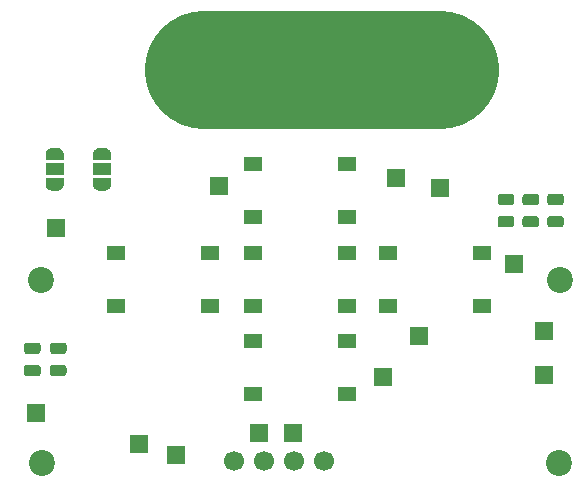
<source format=gts>
G04 #@! TF.GenerationSoftware,KiCad,Pcbnew,(5.1.12)-1*
G04 #@! TF.CreationDate,2022-09-28T12:59:49-05:00*
G04 #@! TF.ProjectId,Controller_Borad,436f6e74-726f-46c6-9c65-725f426f7261,rev?*
G04 #@! TF.SameCoordinates,Original*
G04 #@! TF.FileFunction,Soldermask,Top*
G04 #@! TF.FilePolarity,Negative*
%FSLAX46Y46*%
G04 Gerber Fmt 4.6, Leading zero omitted, Abs format (unit mm)*
G04 Created by KiCad (PCBNEW (5.1.12)-1) date 2022-09-28 12:59:49*
%MOMM*%
%LPD*%
G01*
G04 APERTURE LIST*
%ADD10R,1.550000X1.300000*%
%ADD11O,30.000000X10.000000*%
%ADD12C,2.200000*%
%ADD13R,1.500000X1.500000*%
%ADD14R,1.500000X1.000000*%
%ADD15C,0.100000*%
%ADD16C,1.700000*%
G04 APERTURE END LIST*
D10*
X236025000Y-116450000D03*
X236025000Y-120950000D03*
X243975000Y-120950000D03*
X243975000Y-116450000D03*
D11*
X241800000Y-101000000D03*
D12*
X218100000Y-134300000D03*
X218000000Y-118800000D03*
X261900000Y-134300000D03*
X262000000Y-118800000D03*
D10*
X236025000Y-123950000D03*
X236025000Y-128450000D03*
X243975000Y-128450000D03*
X243975000Y-123950000D03*
X232375000Y-120950000D03*
X232375000Y-116450000D03*
X224425000Y-116450000D03*
X224425000Y-120950000D03*
X247425000Y-116450000D03*
X247425000Y-120950000D03*
X255375000Y-120950000D03*
X255375000Y-116450000D03*
X243975000Y-113450000D03*
X243975000Y-108950000D03*
X236025000Y-108950000D03*
X236025000Y-113450000D03*
D13*
X251800000Y-111000000D03*
X258100000Y-117400000D03*
X233100000Y-110800000D03*
X250000000Y-123500000D03*
X248100000Y-110100000D03*
D14*
X223200000Y-109400000D03*
D15*
G36*
X223949398Y-110700000D02*
G01*
X223949398Y-110724534D01*
X223944588Y-110773365D01*
X223935016Y-110821490D01*
X223920772Y-110868445D01*
X223901995Y-110913778D01*
X223878864Y-110957051D01*
X223851604Y-110997850D01*
X223820476Y-111035779D01*
X223785779Y-111070476D01*
X223747850Y-111101604D01*
X223707051Y-111128864D01*
X223663778Y-111151995D01*
X223618445Y-111170772D01*
X223571490Y-111185016D01*
X223523365Y-111194588D01*
X223474534Y-111199398D01*
X223450000Y-111199398D01*
X223450000Y-111200000D01*
X222950000Y-111200000D01*
X222950000Y-111199398D01*
X222925466Y-111199398D01*
X222876635Y-111194588D01*
X222828510Y-111185016D01*
X222781555Y-111170772D01*
X222736222Y-111151995D01*
X222692949Y-111128864D01*
X222652150Y-111101604D01*
X222614221Y-111070476D01*
X222579524Y-111035779D01*
X222548396Y-110997850D01*
X222521136Y-110957051D01*
X222498005Y-110913778D01*
X222479228Y-110868445D01*
X222464984Y-110821490D01*
X222455412Y-110773365D01*
X222450602Y-110724534D01*
X222450602Y-110700000D01*
X222450000Y-110700000D01*
X222450000Y-110150000D01*
X223950000Y-110150000D01*
X223950000Y-110700000D01*
X223949398Y-110700000D01*
G37*
G36*
X222450000Y-108650000D02*
G01*
X222450000Y-108100000D01*
X222450602Y-108100000D01*
X222450602Y-108075466D01*
X222455412Y-108026635D01*
X222464984Y-107978510D01*
X222479228Y-107931555D01*
X222498005Y-107886222D01*
X222521136Y-107842949D01*
X222548396Y-107802150D01*
X222579524Y-107764221D01*
X222614221Y-107729524D01*
X222652150Y-107698396D01*
X222692949Y-107671136D01*
X222736222Y-107648005D01*
X222781555Y-107629228D01*
X222828510Y-107614984D01*
X222876635Y-107605412D01*
X222925466Y-107600602D01*
X222950000Y-107600602D01*
X222950000Y-107600000D01*
X223450000Y-107600000D01*
X223450000Y-107600602D01*
X223474534Y-107600602D01*
X223523365Y-107605412D01*
X223571490Y-107614984D01*
X223618445Y-107629228D01*
X223663778Y-107648005D01*
X223707051Y-107671136D01*
X223747850Y-107698396D01*
X223785779Y-107729524D01*
X223820476Y-107764221D01*
X223851604Y-107802150D01*
X223878864Y-107842949D01*
X223901995Y-107886222D01*
X223920772Y-107931555D01*
X223935016Y-107978510D01*
X223944588Y-108026635D01*
X223949398Y-108075466D01*
X223949398Y-108100000D01*
X223950000Y-108100000D01*
X223950000Y-108650000D01*
X222450000Y-108650000D01*
G37*
D14*
X219200000Y-109400000D03*
D15*
G36*
X219949398Y-110700000D02*
G01*
X219949398Y-110724534D01*
X219944588Y-110773365D01*
X219935016Y-110821490D01*
X219920772Y-110868445D01*
X219901995Y-110913778D01*
X219878864Y-110957051D01*
X219851604Y-110997850D01*
X219820476Y-111035779D01*
X219785779Y-111070476D01*
X219747850Y-111101604D01*
X219707051Y-111128864D01*
X219663778Y-111151995D01*
X219618445Y-111170772D01*
X219571490Y-111185016D01*
X219523365Y-111194588D01*
X219474534Y-111199398D01*
X219450000Y-111199398D01*
X219450000Y-111200000D01*
X218950000Y-111200000D01*
X218950000Y-111199398D01*
X218925466Y-111199398D01*
X218876635Y-111194588D01*
X218828510Y-111185016D01*
X218781555Y-111170772D01*
X218736222Y-111151995D01*
X218692949Y-111128864D01*
X218652150Y-111101604D01*
X218614221Y-111070476D01*
X218579524Y-111035779D01*
X218548396Y-110997850D01*
X218521136Y-110957051D01*
X218498005Y-110913778D01*
X218479228Y-110868445D01*
X218464984Y-110821490D01*
X218455412Y-110773365D01*
X218450602Y-110724534D01*
X218450602Y-110700000D01*
X218450000Y-110700000D01*
X218450000Y-110150000D01*
X219950000Y-110150000D01*
X219950000Y-110700000D01*
X219949398Y-110700000D01*
G37*
G36*
X218450000Y-108650000D02*
G01*
X218450000Y-108100000D01*
X218450602Y-108100000D01*
X218450602Y-108075466D01*
X218455412Y-108026635D01*
X218464984Y-107978510D01*
X218479228Y-107931555D01*
X218498005Y-107886222D01*
X218521136Y-107842949D01*
X218548396Y-107802150D01*
X218579524Y-107764221D01*
X218614221Y-107729524D01*
X218652150Y-107698396D01*
X218692949Y-107671136D01*
X218736222Y-107648005D01*
X218781555Y-107629228D01*
X218828510Y-107614984D01*
X218876635Y-107605412D01*
X218925466Y-107600602D01*
X218950000Y-107600602D01*
X218950000Y-107600000D01*
X219450000Y-107600000D01*
X219450000Y-107600602D01*
X219474534Y-107600602D01*
X219523365Y-107605412D01*
X219571490Y-107614984D01*
X219618445Y-107629228D01*
X219663778Y-107648005D01*
X219707051Y-107671136D01*
X219747850Y-107698396D01*
X219785779Y-107729524D01*
X219820476Y-107764221D01*
X219851604Y-107802150D01*
X219878864Y-107842949D01*
X219901995Y-107886222D01*
X219920772Y-107931555D01*
X219935016Y-107978510D01*
X219944588Y-108026635D01*
X219949398Y-108075466D01*
X219949398Y-108100000D01*
X219950000Y-108100000D01*
X219950000Y-108650000D01*
X218450000Y-108650000D01*
G37*
G36*
G01*
X261143750Y-113350000D02*
X262056250Y-113350000D01*
G75*
G02*
X262300000Y-113593750I0J-243750D01*
G01*
X262300000Y-114081250D01*
G75*
G02*
X262056250Y-114325000I-243750J0D01*
G01*
X261143750Y-114325000D01*
G75*
G02*
X260900000Y-114081250I0J243750D01*
G01*
X260900000Y-113593750D01*
G75*
G02*
X261143750Y-113350000I243750J0D01*
G01*
G37*
G36*
G01*
X261143750Y-111475000D02*
X262056250Y-111475000D01*
G75*
G02*
X262300000Y-111718750I0J-243750D01*
G01*
X262300000Y-112206250D01*
G75*
G02*
X262056250Y-112450000I-243750J0D01*
G01*
X261143750Y-112450000D01*
G75*
G02*
X260900000Y-112206250I0J243750D01*
G01*
X260900000Y-111718750D01*
G75*
G02*
X261143750Y-111475000I243750J0D01*
G01*
G37*
G36*
G01*
X259043750Y-113350000D02*
X259956250Y-113350000D01*
G75*
G02*
X260200000Y-113593750I0J-243750D01*
G01*
X260200000Y-114081250D01*
G75*
G02*
X259956250Y-114325000I-243750J0D01*
G01*
X259043750Y-114325000D01*
G75*
G02*
X258800000Y-114081250I0J243750D01*
G01*
X258800000Y-113593750D01*
G75*
G02*
X259043750Y-113350000I243750J0D01*
G01*
G37*
G36*
G01*
X259043750Y-111475000D02*
X259956250Y-111475000D01*
G75*
G02*
X260200000Y-111718750I0J-243750D01*
G01*
X260200000Y-112206250D01*
G75*
G02*
X259956250Y-112450000I-243750J0D01*
G01*
X259043750Y-112450000D01*
G75*
G02*
X258800000Y-112206250I0J243750D01*
G01*
X258800000Y-111718750D01*
G75*
G02*
X259043750Y-111475000I243750J0D01*
G01*
G37*
G36*
G01*
X256943750Y-113350000D02*
X257856250Y-113350000D01*
G75*
G02*
X258100000Y-113593750I0J-243750D01*
G01*
X258100000Y-114081250D01*
G75*
G02*
X257856250Y-114325000I-243750J0D01*
G01*
X256943750Y-114325000D01*
G75*
G02*
X256700000Y-114081250I0J243750D01*
G01*
X256700000Y-113593750D01*
G75*
G02*
X256943750Y-113350000I243750J0D01*
G01*
G37*
G36*
G01*
X256943750Y-111475000D02*
X257856250Y-111475000D01*
G75*
G02*
X258100000Y-111718750I0J-243750D01*
G01*
X258100000Y-112206250D01*
G75*
G02*
X257856250Y-112450000I-243750J0D01*
G01*
X256943750Y-112450000D01*
G75*
G02*
X256700000Y-112206250I0J243750D01*
G01*
X256700000Y-111718750D01*
G75*
G02*
X256943750Y-111475000I243750J0D01*
G01*
G37*
D13*
X260600000Y-126800000D03*
X219300000Y-114400000D03*
X239400000Y-131700000D03*
X236500000Y-131700000D03*
X226300000Y-132700000D03*
X247000000Y-127000000D03*
X217600000Y-130000000D03*
X260600000Y-123100000D03*
X229500000Y-133600000D03*
D16*
X234390000Y-134100000D03*
X236930000Y-134100000D03*
X242010000Y-134100000D03*
X239470000Y-134100000D03*
G36*
G01*
X216843750Y-125950000D02*
X217756250Y-125950000D01*
G75*
G02*
X218000000Y-126193750I0J-243750D01*
G01*
X218000000Y-126681250D01*
G75*
G02*
X217756250Y-126925000I-243750J0D01*
G01*
X216843750Y-126925000D01*
G75*
G02*
X216600000Y-126681250I0J243750D01*
G01*
X216600000Y-126193750D01*
G75*
G02*
X216843750Y-125950000I243750J0D01*
G01*
G37*
G36*
G01*
X216843750Y-124075000D02*
X217756250Y-124075000D01*
G75*
G02*
X218000000Y-124318750I0J-243750D01*
G01*
X218000000Y-124806250D01*
G75*
G02*
X217756250Y-125050000I-243750J0D01*
G01*
X216843750Y-125050000D01*
G75*
G02*
X216600000Y-124806250I0J243750D01*
G01*
X216600000Y-124318750D01*
G75*
G02*
X216843750Y-124075000I243750J0D01*
G01*
G37*
G36*
G01*
X219043750Y-125950000D02*
X219956250Y-125950000D01*
G75*
G02*
X220200000Y-126193750I0J-243750D01*
G01*
X220200000Y-126681250D01*
G75*
G02*
X219956250Y-126925000I-243750J0D01*
G01*
X219043750Y-126925000D01*
G75*
G02*
X218800000Y-126681250I0J243750D01*
G01*
X218800000Y-126193750D01*
G75*
G02*
X219043750Y-125950000I243750J0D01*
G01*
G37*
G36*
G01*
X219043750Y-124075000D02*
X219956250Y-124075000D01*
G75*
G02*
X220200000Y-124318750I0J-243750D01*
G01*
X220200000Y-124806250D01*
G75*
G02*
X219956250Y-125050000I-243750J0D01*
G01*
X219043750Y-125050000D01*
G75*
G02*
X218800000Y-124806250I0J243750D01*
G01*
X218800000Y-124318750D01*
G75*
G02*
X219043750Y-124075000I243750J0D01*
G01*
G37*
M02*

</source>
